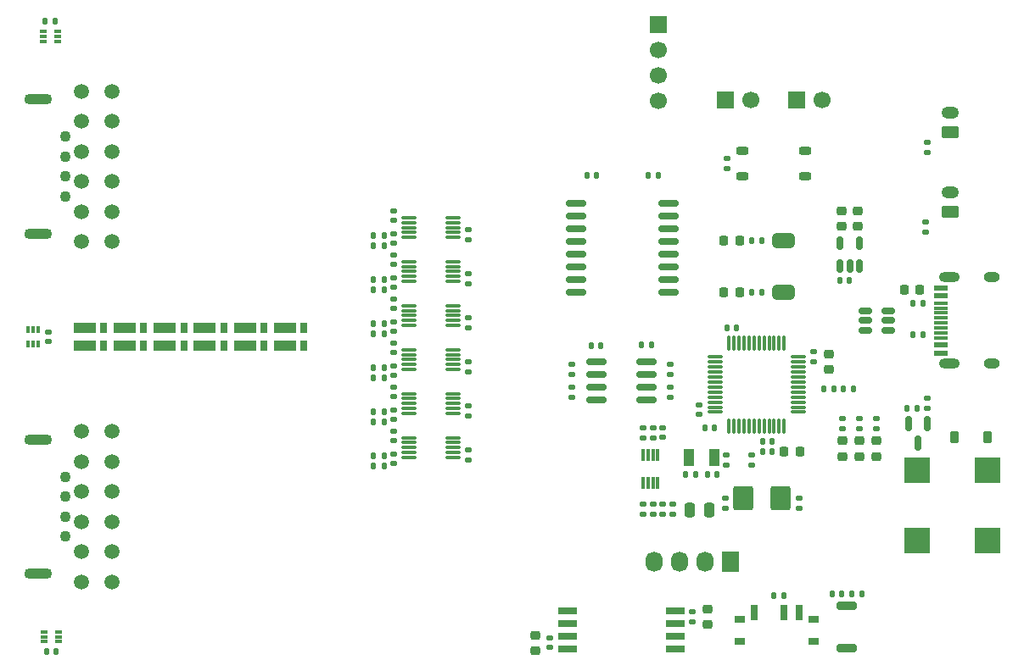
<source format=gbr>
%TF.GenerationSoftware,KiCad,Pcbnew,9.0.5*%
%TF.CreationDate,2025-10-16T19:16:22+10:00*%
%TF.ProjectId,12v-2x6,3132762d-3278-4362-9e6b-696361645f70,1*%
%TF.SameCoordinates,Original*%
%TF.FileFunction,Soldermask,Top*%
%TF.FilePolarity,Negative*%
%FSLAX46Y46*%
G04 Gerber Fmt 4.6, Leading zero omitted, Abs format (unit mm)*
G04 Created by KiCad (PCBNEW 9.0.5) date 2025-10-16 19:16:22*
%MOMM*%
%LPD*%
G01*
G04 APERTURE LIST*
G04 Aperture macros list*
%AMRoundRect*
0 Rectangle with rounded corners*
0 $1 Rounding radius*
0 $2 $3 $4 $5 $6 $7 $8 $9 X,Y pos of 4 corners*
0 Add a 4 corners polygon primitive as box body*
4,1,4,$2,$3,$4,$5,$6,$7,$8,$9,$2,$3,0*
0 Add four circle primitives for the rounded corners*
1,1,$1+$1,$2,$3*
1,1,$1+$1,$4,$5*
1,1,$1+$1,$6,$7*
1,1,$1+$1,$8,$9*
0 Add four rect primitives between the rounded corners*
20,1,$1+$1,$2,$3,$4,$5,0*
20,1,$1+$1,$4,$5,$6,$7,0*
20,1,$1+$1,$6,$7,$8,$9,0*
20,1,$1+$1,$8,$9,$2,$3,0*%
%AMFreePoly0*
4,1,23,0.500000,-0.750000,0.000000,-0.750000,0.000000,-0.745722,-0.065263,-0.745722,-0.191342,-0.711940,-0.304381,-0.646677,-0.396677,-0.554381,-0.461940,-0.441342,-0.495722,-0.315263,-0.495722,-0.250000,-0.500000,-0.250000,-0.500000,0.250000,-0.495722,0.250000,-0.495722,0.315263,-0.461940,0.441342,-0.396677,0.554381,-0.304381,0.646677,-0.191342,0.711940,-0.065263,0.745722,0.000000,0.745722,
0.000000,0.750000,0.500000,0.750000,0.500000,-0.750000,0.500000,-0.750000,$1*%
%AMFreePoly1*
4,1,23,0.000000,0.745722,0.065263,0.745722,0.191342,0.711940,0.304381,0.646677,0.396677,0.554381,0.461940,0.441342,0.495722,0.315263,0.495722,0.250000,0.500000,0.250000,0.500000,-0.250000,0.495722,-0.250000,0.495722,-0.315263,0.461940,-0.441342,0.396677,-0.554381,0.304381,-0.646677,0.191342,-0.711940,0.065263,-0.745722,0.000000,-0.745722,0.000000,-0.750000,-0.500000,-0.750000,
-0.500000,0.750000,0.000000,0.750000,0.000000,0.745722,0.000000,0.745722,$1*%
G04 Aperture macros list end*
%ADD10RoundRect,0.135000X-0.185000X0.135000X-0.185000X-0.135000X0.185000X-0.135000X0.185000X0.135000X0*%
%ADD11RoundRect,0.140000X0.170000X-0.140000X0.170000X0.140000X-0.170000X0.140000X-0.170000X-0.140000X0*%
%ADD12RoundRect,0.135000X-0.135000X-0.185000X0.135000X-0.185000X0.135000X0.185000X-0.135000X0.185000X0*%
%ADD13RoundRect,0.140000X0.140000X0.170000X-0.140000X0.170000X-0.140000X-0.170000X0.140000X-0.170000X0*%
%ADD14RoundRect,0.140000X-0.170000X0.140000X-0.170000X-0.140000X0.170000X-0.140000X0.170000X0.140000X0*%
%ADD15RoundRect,0.250000X0.625000X-0.350000X0.625000X0.350000X-0.625000X0.350000X-0.625000X-0.350000X0*%
%ADD16O,1.750000X1.200000*%
%ADD17RoundRect,0.075000X0.650000X0.075000X-0.650000X0.075000X-0.650000X-0.075000X0.650000X-0.075000X0*%
%ADD18RoundRect,0.225000X0.250000X-0.225000X0.250000X0.225000X-0.250000X0.225000X-0.250000X-0.225000X0*%
%ADD19RoundRect,0.225000X0.225000X0.375000X-0.225000X0.375000X-0.225000X-0.375000X0.225000X-0.375000X0*%
%ADD20RoundRect,0.087500X-0.250000X-0.087500X0.250000X-0.087500X0.250000X0.087500X-0.250000X0.087500X0*%
%ADD21R,2.287000X1.010000*%
%ADD22R,0.762000X1.010000*%
%ADD23R,1.730000X2.030000*%
%ADD24O,1.730000X2.030000*%
%ADD25FreePoly0,180.000000*%
%ADD26FreePoly1,180.000000*%
%ADD27RoundRect,0.150000X0.150000X-0.512500X0.150000X0.512500X-0.150000X0.512500X-0.150000X-0.512500X0*%
%ADD28RoundRect,0.150000X-0.825000X-0.150000X0.825000X-0.150000X0.825000X0.150000X-0.825000X0.150000X0*%
%ADD29RoundRect,0.218750X-0.218750X-0.256250X0.218750X-0.256250X0.218750X0.256250X-0.218750X0.256250X0*%
%ADD30RoundRect,0.135000X0.185000X-0.135000X0.185000X0.135000X-0.185000X0.135000X-0.185000X-0.135000X0*%
%ADD31RoundRect,0.087500X0.087500X-0.250000X0.087500X0.250000X-0.087500X0.250000X-0.087500X-0.250000X0*%
%ADD32RoundRect,0.140000X-0.140000X-0.170000X0.140000X-0.170000X0.140000X0.170000X-0.140000X0.170000X0*%
%ADD33R,1.000000X1.800000*%
%ADD34RoundRect,0.218750X0.256250X-0.218750X0.256250X0.218750X-0.256250X0.218750X-0.256250X-0.218750X0*%
%ADD35R,1.700000X1.700000*%
%ADD36C,1.700000*%
%ADD37RoundRect,0.087500X-0.087500X0.537500X-0.087500X-0.537500X0.087500X-0.537500X0.087500X0.537500X0*%
%ADD38RoundRect,0.200000X0.800000X-0.200000X0.800000X0.200000X-0.800000X0.200000X-0.800000X-0.200000X0*%
%ADD39RoundRect,0.200000X-0.400000X-0.200000X0.400000X-0.200000X0.400000X0.200000X-0.400000X0.200000X0*%
%ADD40C,1.520000*%
%ADD41RoundRect,0.510000X-0.890000X0.000010X-0.890000X-0.000010X0.890000X-0.000010X0.890000X0.000010X0*%
%ADD42C,1.100000*%
%ADD43RoundRect,0.150000X-0.150000X0.587500X-0.150000X-0.587500X0.150000X-0.587500X0.150000X0.587500X0*%
%ADD44RoundRect,0.150000X-0.875000X-0.150000X0.875000X-0.150000X0.875000X0.150000X-0.875000X0.150000X0*%
%ADD45RoundRect,0.135000X0.135000X0.185000X-0.135000X0.185000X-0.135000X-0.185000X0.135000X-0.185000X0*%
%ADD46R,2.500000X2.500000*%
%ADD47RoundRect,0.150000X0.512500X0.150000X-0.512500X0.150000X-0.512500X-0.150000X0.512500X-0.150000X0*%
%ADD48R,1.000000X0.800000*%
%ADD49R,0.700000X1.500000*%
%ADD50RoundRect,0.250000X-0.250000X-0.475000X0.250000X-0.475000X0.250000X0.475000X-0.250000X0.475000X0*%
%ADD51R,1.905000X0.640000*%
%ADD52RoundRect,0.225000X-0.250000X0.225000X-0.250000X-0.225000X0.250000X-0.225000X0.250000X0.225000X0*%
%ADD53RoundRect,0.218750X0.218750X0.256250X-0.218750X0.256250X-0.218750X-0.256250X0.218750X-0.256250X0*%
%ADD54RoundRect,0.075000X0.075000X-0.662500X0.075000X0.662500X-0.075000X0.662500X-0.075000X-0.662500X0*%
%ADD55RoundRect,0.075000X0.662500X-0.075000X0.662500X0.075000X-0.662500X0.075000X-0.662500X-0.075000X0*%
%ADD56RoundRect,0.250000X0.750000X0.950000X-0.750000X0.950000X-0.750000X-0.950000X0.750000X-0.950000X0*%
%ADD57RoundRect,0.087500X0.250000X0.087500X-0.250000X0.087500X-0.250000X-0.087500X0.250000X-0.087500X0*%
%ADD58R,1.450000X0.600000*%
%ADD59R,1.450000X0.300000*%
%ADD60O,2.100000X1.000000*%
%ADD61O,1.600000X1.000000*%
G04 APERTURE END LIST*
%TO.C,JP2*%
G36*
X125350000Y-59150000D02*
G01*
X125050000Y-59150000D01*
X125050000Y-57650000D01*
X125350000Y-57650000D01*
X125350000Y-59150000D01*
G37*
%TO.C,JP1*%
G36*
X125350000Y-64350000D02*
G01*
X125050000Y-64350000D01*
X125050000Y-62850000D01*
X125350000Y-62850000D01*
X125350000Y-64350000D01*
G37*
%TD*%
D10*
%TO.C,R13*%
X93700000Y-74890000D03*
X93700000Y-75910000D03*
%TD*%
%TO.C,R34*%
X132728035Y-76209739D03*
X132728035Y-77229739D03*
%TD*%
D11*
%TO.C,C27*%
X101900000Y-99080000D03*
X101900000Y-98120000D03*
%TD*%
D12*
%TO.C,R14*%
X84290000Y-72100000D03*
X85310000Y-72100000D03*
%TD*%
D13*
%TO.C,C20*%
X130980000Y-93700000D03*
X130020000Y-93700000D03*
%TD*%
D14*
%TO.C,C40*%
X51800000Y-67520000D03*
X51800000Y-68480000D03*
%TD*%
D15*
%TO.C,J7*%
X141850000Y-47600000D03*
D16*
X141850000Y-45600000D03*
%TD*%
D17*
%TO.C,U4*%
X92200000Y-66900000D03*
X92200000Y-66400000D03*
X92200000Y-65900000D03*
X92200000Y-65400000D03*
X92200000Y-64900000D03*
X87800000Y-64900000D03*
X87800000Y-65400000D03*
X87800000Y-65900000D03*
X87800000Y-66400000D03*
X87800000Y-66900000D03*
%TD*%
D14*
%TO.C,C5*%
X86300000Y-68620000D03*
X86300000Y-69580000D03*
%TD*%
D18*
%TO.C,C34*%
X132600000Y-56975000D03*
X132600000Y-55425000D03*
%TD*%
D13*
%TO.C,C29*%
X106980000Y-68900000D03*
X106020000Y-68900000D03*
%TD*%
D10*
%TO.C,R42*%
X112150000Y-84740000D03*
X112150000Y-85760000D03*
%TD*%
%TO.C,R10*%
X93700000Y-79290000D03*
X93700000Y-80310000D03*
%TD*%
D12*
%TO.C,R9*%
X84290000Y-79900000D03*
X85310000Y-79900000D03*
%TD*%
D14*
%TO.C,C3*%
X86300000Y-73020000D03*
X86300000Y-73980000D03*
%TD*%
%TO.C,C9*%
X86300000Y-64220000D03*
X86300000Y-65180000D03*
%TD*%
D12*
%TO.C,R15*%
X84290000Y-71100000D03*
X85310000Y-71100000D03*
%TD*%
D19*
%TO.C,D6*%
X145550000Y-78075000D03*
X142250000Y-78075000D03*
%TD*%
D14*
%TO.C,C7*%
X86300000Y-59820000D03*
X86300000Y-60780000D03*
%TD*%
D20*
%TO.C,U17*%
X51387500Y-97500000D03*
X51387500Y-98000000D03*
X51387500Y-98500000D03*
X52812500Y-98500000D03*
X52812500Y-98000000D03*
X52812500Y-97500000D03*
%TD*%
D12*
%TO.C,R24*%
X84290000Y-57900000D03*
X85310000Y-57900000D03*
%TD*%
D21*
%TO.C,R6*%
X55428000Y-67115000D03*
D22*
X57334000Y-67115000D03*
X57334000Y-68885000D03*
D21*
X55428500Y-68885000D03*
%TD*%
D12*
%TO.C,R51*%
X137515000Y-75175000D03*
X138535000Y-75175000D03*
%TD*%
D10*
%TO.C,R31*%
X113900000Y-73090000D03*
X113900000Y-74110000D03*
%TD*%
D23*
%TO.C,M2*%
X119900000Y-90500000D03*
D24*
X117360000Y-90500000D03*
X114820000Y-90500000D03*
X112280000Y-90500000D03*
%TD*%
D25*
%TO.C,JP2*%
X125850000Y-58400000D03*
D26*
X124550000Y-58400000D03*
%TD*%
D11*
%TO.C,C26*%
X116100000Y-96480000D03*
X116100000Y-95520000D03*
%TD*%
D27*
%TO.C,U13*%
X130850000Y-60937500D03*
X131800000Y-60937500D03*
X132750000Y-60937500D03*
X132750000Y-58662500D03*
X130850000Y-58662500D03*
%TD*%
D21*
%TO.C,R3*%
X67428000Y-67115000D03*
D22*
X69334000Y-67115000D03*
X69334000Y-68885000D03*
D21*
X67428500Y-68885000D03*
%TD*%
D28*
%TO.C,U11*%
X106525000Y-70495000D03*
X106525000Y-71765000D03*
X106525000Y-73035000D03*
X106525000Y-74305000D03*
X111475000Y-74305000D03*
X111475000Y-73035000D03*
X111475000Y-71765000D03*
X111475000Y-70495000D03*
%TD*%
D12*
%TO.C,R20*%
X84290000Y-63300000D03*
X85310000Y-63300000D03*
%TD*%
D10*
%TO.C,R36*%
X104100000Y-73090000D03*
X104100000Y-74110000D03*
%TD*%
D29*
%TO.C,D5*%
X119212500Y-58400000D03*
X120787500Y-58400000D03*
%TD*%
D30*
%TO.C,R45*%
X111150000Y-78110000D03*
X111150000Y-77090000D03*
%TD*%
D21*
%TO.C,R2*%
X71428000Y-67115000D03*
D22*
X73334000Y-67115000D03*
X73334000Y-68885000D03*
D21*
X71428500Y-68885000D03*
%TD*%
D31*
%TO.C,U16*%
X49800000Y-68712500D03*
X50300000Y-68712500D03*
X50800000Y-68712500D03*
X50800000Y-67287500D03*
X50300000Y-67287500D03*
X49800000Y-67287500D03*
%TD*%
D30*
%TO.C,R44*%
X112150000Y-78110000D03*
X112150000Y-77090000D03*
%TD*%
D10*
%TO.C,R40*%
X139500000Y-48590000D03*
X139500000Y-49610000D03*
%TD*%
D32*
%TO.C,C15*%
X119520000Y-67100000D03*
X120480000Y-67100000D03*
%TD*%
D12*
%TO.C,R11*%
X84290000Y-76500000D03*
X85310000Y-76500000D03*
%TD*%
D30*
%TO.C,R32*%
X113900000Y-71810000D03*
X113900000Y-70790000D03*
%TD*%
D33*
%TO.C,Y2*%
X118250000Y-80100000D03*
X115750000Y-80100000D03*
%TD*%
D10*
%TO.C,R35*%
X131028035Y-76209739D03*
X131028035Y-77229739D03*
%TD*%
D14*
%TO.C,C36*%
X113150000Y-84770000D03*
X113150000Y-85730000D03*
%TD*%
D34*
%TO.C,D1*%
X134428035Y-80007239D03*
X134428035Y-78432239D03*
%TD*%
D35*
%TO.C,J8*%
X112700000Y-36830000D03*
D36*
X112700000Y-39370000D03*
X112700000Y-41910000D03*
X112700000Y-44450000D03*
%TD*%
D15*
%TO.C,J6*%
X141850000Y-55550000D03*
D16*
X141850000Y-53550000D03*
%TD*%
D12*
%TO.C,R48*%
X131190000Y-73250000D03*
X132210000Y-73250000D03*
%TD*%
D18*
%TO.C,C25*%
X117600000Y-96775000D03*
X117600000Y-95225000D03*
%TD*%
D14*
%TO.C,C1*%
X86300000Y-77420000D03*
X86300000Y-78380000D03*
%TD*%
D11*
%TO.C,C10*%
X86300000Y-63080000D03*
X86300000Y-62120000D03*
%TD*%
D37*
%TO.C,U14*%
X112650000Y-79850000D03*
X112150000Y-79850000D03*
X111650000Y-79850000D03*
X111150000Y-79850000D03*
X111150000Y-82650000D03*
X111650000Y-82650000D03*
X112150000Y-82650000D03*
X112650000Y-82650000D03*
%TD*%
D32*
%TO.C,C33*%
X130820000Y-62400000D03*
X131780000Y-62400000D03*
%TD*%
D11*
%TO.C,C21*%
X119400000Y-85130000D03*
X119400000Y-84170000D03*
%TD*%
D30*
%TO.C,R27*%
X122000000Y-80810000D03*
X122000000Y-79790000D03*
%TD*%
%TO.C,R37*%
X104100000Y-71810000D03*
X104100000Y-70790000D03*
%TD*%
D12*
%TO.C,R18*%
X84290000Y-66700000D03*
X85310000Y-66700000D03*
%TD*%
D32*
%TO.C,C24*%
X117620000Y-81750000D03*
X118580000Y-81750000D03*
%TD*%
D30*
%TO.C,R28*%
X119500000Y-80810000D03*
X119500000Y-79790000D03*
%TD*%
D10*
%TO.C,R16*%
X93700000Y-70490000D03*
X93700000Y-71510000D03*
%TD*%
D13*
%TO.C,C13*%
X118280000Y-77100000D03*
X117320000Y-77100000D03*
%TD*%
D35*
%TO.C,J4*%
X119385000Y-44385000D03*
D36*
X121925000Y-44385000D03*
%TD*%
D13*
%TO.C,C18*%
X124080000Y-79500000D03*
X123120000Y-79500000D03*
%TD*%
D38*
%TO.C,SW1*%
X131500000Y-99100000D03*
X131500000Y-94900000D03*
%TD*%
D21*
%TO.C,R5*%
X59428000Y-67115000D03*
D22*
X61334000Y-67115000D03*
X61334000Y-68885000D03*
D21*
X59428500Y-68885000D03*
%TD*%
D39*
%TO.C,U9*%
X121050000Y-49430000D03*
X121050000Y-51970000D03*
X127350000Y-51970000D03*
X127350000Y-49430000D03*
%TD*%
D40*
%TO.C,J2*%
X55150000Y-58500000D03*
X55150000Y-55500000D03*
X55150000Y-52500000D03*
X55150000Y-49500000D03*
X55150000Y-46500000D03*
X55150000Y-43500000D03*
X58150000Y-58500000D03*
X58150000Y-55500000D03*
X58150000Y-52500000D03*
X58150000Y-49500000D03*
X58150000Y-46500000D03*
X58150000Y-43500000D03*
D41*
X50830000Y-57700000D03*
X50830000Y-44300000D03*
D42*
X53480000Y-54000000D03*
X53480000Y-52000000D03*
X53480000Y-50000000D03*
X53480000Y-48000000D03*
%TD*%
D34*
%TO.C,D3*%
X131028035Y-80007239D03*
X131028035Y-78432239D03*
%TD*%
D43*
%TO.C,Q1*%
X139550000Y-76737500D03*
X137650000Y-76737500D03*
X138600000Y-78612500D03*
%TD*%
D11*
%TO.C,C6*%
X86300000Y-71880000D03*
X86300000Y-70920000D03*
%TD*%
D13*
%TO.C,C32*%
X112680000Y-51900000D03*
X111720000Y-51900000D03*
%TD*%
D12*
%TO.C,R8*%
X84290000Y-80900000D03*
X85310000Y-80900000D03*
%TD*%
D10*
%TO.C,R25*%
X93700000Y-57290000D03*
X93700000Y-58310000D03*
%TD*%
D12*
%TO.C,R49*%
X129190000Y-73250000D03*
X130210000Y-73250000D03*
%TD*%
D11*
%TO.C,C12*%
X86300000Y-58680000D03*
X86300000Y-57720000D03*
%TD*%
D30*
%TO.C,R38*%
X119587500Y-51210000D03*
X119587500Y-50190000D03*
%TD*%
D44*
%TO.C,U12*%
X104450000Y-54655000D03*
X104450000Y-55925000D03*
X104450000Y-57195000D03*
X104450000Y-58465000D03*
X104450000Y-59735000D03*
X104450000Y-61005000D03*
X104450000Y-62275000D03*
X104450000Y-63545000D03*
X113750000Y-63545000D03*
X113750000Y-62275000D03*
X113750000Y-61005000D03*
X113750000Y-59735000D03*
X113750000Y-58465000D03*
X113750000Y-57195000D03*
X113750000Y-55925000D03*
X113750000Y-54655000D03*
%TD*%
D18*
%TO.C,C28*%
X100400000Y-99375000D03*
X100400000Y-97825000D03*
%TD*%
D35*
%TO.C,J5*%
X126525000Y-44385000D03*
D36*
X129065000Y-44385000D03*
%TD*%
D14*
%TO.C,C11*%
X86300000Y-55420000D03*
X86300000Y-56380000D03*
%TD*%
D10*
%TO.C,R43*%
X111150000Y-84740000D03*
X111150000Y-85760000D03*
%TD*%
D17*
%TO.C,U3*%
X92200000Y-71300000D03*
X92200000Y-70800000D03*
X92200000Y-70300000D03*
X92200000Y-69800000D03*
X92200000Y-69300000D03*
X87800000Y-69300000D03*
X87800000Y-69800000D03*
X87800000Y-70300000D03*
X87800000Y-70800000D03*
X87800000Y-71300000D03*
%TD*%
D32*
%TO.C,C31*%
X105545000Y-51875000D03*
X106505000Y-51875000D03*
%TD*%
D34*
%TO.C,D2*%
X132738035Y-80007239D03*
X132738035Y-78432239D03*
%TD*%
D11*
%TO.C,C4*%
X86300000Y-76280000D03*
X86300000Y-75320000D03*
%TD*%
D17*
%TO.C,U5*%
X92200000Y-62500000D03*
X92200000Y-62000000D03*
X92200000Y-61500000D03*
X92200000Y-61000000D03*
X92200000Y-60500000D03*
X87800000Y-60500000D03*
X87800000Y-61000000D03*
X87800000Y-61500000D03*
X87800000Y-62000000D03*
X87800000Y-62500000D03*
%TD*%
%TO.C,U6*%
X92200000Y-58100000D03*
X92200000Y-57600000D03*
X92200000Y-57100000D03*
X92200000Y-56600000D03*
X92200000Y-56100000D03*
X87800000Y-56100000D03*
X87800000Y-56600000D03*
X87800000Y-57100000D03*
X87800000Y-57600000D03*
X87800000Y-58100000D03*
%TD*%
D29*
%TO.C,D4*%
X119212500Y-63600000D03*
X120787500Y-63600000D03*
%TD*%
D13*
%TO.C,C41*%
X52580000Y-99500000D03*
X51620000Y-99500000D03*
%TD*%
D45*
%TO.C,R26*%
X125260000Y-93900000D03*
X124240000Y-93900000D03*
%TD*%
D46*
%TO.C,BZ1*%
X145550000Y-81350000D03*
X138550000Y-81350000D03*
X138550000Y-88350000D03*
X145550000Y-88350000D03*
%TD*%
D12*
%TO.C,R47*%
X121990000Y-58400000D03*
X123010000Y-58400000D03*
%TD*%
%TO.C,R30*%
X138090000Y-67800000D03*
X139110000Y-67800000D03*
%TD*%
D21*
%TO.C,R4*%
X63428000Y-67115000D03*
D22*
X65334000Y-67115000D03*
X65334000Y-68885000D03*
D21*
X63428500Y-68885000D03*
%TD*%
D10*
%TO.C,R19*%
X93700000Y-66090000D03*
X93700000Y-67110000D03*
%TD*%
D12*
%TO.C,R21*%
X84290000Y-62300000D03*
X85310000Y-62300000D03*
%TD*%
D47*
%TO.C,U8*%
X135637500Y-67350000D03*
X135637500Y-66400000D03*
X135637500Y-65450000D03*
X133362500Y-65450000D03*
X133362500Y-66400000D03*
X133362500Y-67350000D03*
%TD*%
D48*
%TO.C,SW2*%
X120850000Y-96220000D03*
X120850000Y-98430000D03*
X128150000Y-96220000D03*
X128150000Y-98430000D03*
D49*
X122250000Y-95570000D03*
X125250000Y-95570000D03*
X126750000Y-95570000D03*
%TD*%
D32*
%TO.C,C39*%
X51520000Y-36500000D03*
X52480000Y-36500000D03*
%TD*%
D50*
%TO.C,C38*%
X115850000Y-85300000D03*
X117750000Y-85300000D03*
%TD*%
D51*
%TO.C,U10*%
X114347500Y-99205000D03*
X114347500Y-97935000D03*
X114347500Y-96665000D03*
X114347500Y-95395000D03*
X103652500Y-95395000D03*
X103652500Y-96665000D03*
X103652500Y-97935000D03*
X103652500Y-99205000D03*
%TD*%
D52*
%TO.C,C19*%
X129700000Y-69725000D03*
X129700000Y-71275000D03*
%TD*%
D12*
%TO.C,R12*%
X84290000Y-75500000D03*
X85310000Y-75500000D03*
%TD*%
D17*
%TO.C,U1*%
X92200000Y-80100000D03*
X92200000Y-79600000D03*
X92200000Y-79100000D03*
X92200000Y-78600000D03*
X92200000Y-78100000D03*
X87800000Y-78100000D03*
X87800000Y-78600000D03*
X87800000Y-79100000D03*
X87800000Y-79600000D03*
X87800000Y-80100000D03*
%TD*%
D12*
%TO.C,R7*%
X131990000Y-93700000D03*
X133010000Y-93700000D03*
%TD*%
D53*
%TO.C,FB2*%
X138787500Y-63300000D03*
X137212500Y-63300000D03*
%TD*%
D54*
%TO.C,U7*%
X119750000Y-76962500D03*
X120250000Y-76962500D03*
X120750000Y-76962500D03*
X121250000Y-76962500D03*
X121750000Y-76962500D03*
X122250000Y-76962500D03*
X122750000Y-76962500D03*
X123250000Y-76962500D03*
X123750000Y-76962500D03*
X124250000Y-76962500D03*
X124750000Y-76962500D03*
X125250000Y-76962500D03*
D55*
X126662500Y-75550000D03*
X126662500Y-75050000D03*
X126662500Y-74550000D03*
X126662500Y-74050000D03*
X126662500Y-73550000D03*
X126662500Y-73050000D03*
X126662500Y-72550000D03*
X126662500Y-72050000D03*
X126662500Y-71550000D03*
X126662500Y-71050000D03*
X126662500Y-70550000D03*
X126662500Y-70050000D03*
D54*
X125250000Y-68637500D03*
X124750000Y-68637500D03*
X124250000Y-68637500D03*
X123750000Y-68637500D03*
X123250000Y-68637500D03*
X122750000Y-68637500D03*
X122250000Y-68637500D03*
X121750000Y-68637500D03*
X121250000Y-68637500D03*
X120750000Y-68637500D03*
X120250000Y-68637500D03*
X119750000Y-68637500D03*
D55*
X118337500Y-70050000D03*
X118337500Y-70550000D03*
X118337500Y-71050000D03*
X118337500Y-71550000D03*
X118337500Y-72050000D03*
X118337500Y-72550000D03*
X118337500Y-73050000D03*
X118337500Y-73550000D03*
X118337500Y-74050000D03*
X118337500Y-74550000D03*
X118337500Y-75050000D03*
X118337500Y-75550000D03*
%TD*%
D25*
%TO.C,JP1*%
X125850000Y-63600000D03*
D26*
X124550000Y-63600000D03*
%TD*%
D40*
%TO.C,J1*%
X55150000Y-92500000D03*
X55150000Y-89500000D03*
X55150000Y-86500000D03*
X55150000Y-83500000D03*
X55150000Y-80500000D03*
X55150000Y-77500000D03*
X58150000Y-92500000D03*
X58150000Y-89500000D03*
X58150000Y-86500000D03*
X58150000Y-83500000D03*
X58150000Y-80500000D03*
X58150000Y-77500000D03*
D41*
X50830000Y-91700000D03*
X50830000Y-78300000D03*
D42*
X53480000Y-88000000D03*
X53480000Y-86000000D03*
X53480000Y-84000000D03*
X53480000Y-82000000D03*
%TD*%
D12*
%TO.C,R23*%
X84290000Y-58900000D03*
X85310000Y-58900000D03*
%TD*%
D10*
%TO.C,R22*%
X93700000Y-61690000D03*
X93700000Y-62710000D03*
%TD*%
D14*
%TO.C,C16*%
X128200000Y-69520000D03*
X128200000Y-70480000D03*
%TD*%
D10*
%TO.C,R46*%
X114150000Y-84740000D03*
X114150000Y-85760000D03*
%TD*%
%TO.C,R33*%
X134428035Y-76209739D03*
X134428035Y-77229739D03*
%TD*%
D45*
%TO.C,R29*%
X139110000Y-64700000D03*
X138090000Y-64700000D03*
%TD*%
D18*
%TO.C,C35*%
X131000000Y-56975000D03*
X131000000Y-55425000D03*
%TD*%
D11*
%TO.C,C14*%
X116800000Y-75780000D03*
X116800000Y-74820000D03*
%TD*%
D21*
%TO.C,R1*%
X75428000Y-67115000D03*
D22*
X77334000Y-67115000D03*
X77334000Y-68885000D03*
D21*
X75428500Y-68885000D03*
%TD*%
D56*
%TO.C,Y1*%
X124900000Y-84150000D03*
X121200000Y-84150000D03*
%TD*%
D13*
%TO.C,C23*%
X116380000Y-81750000D03*
X115420000Y-81750000D03*
%TD*%
%TO.C,C17*%
X124080000Y-78500000D03*
X123120000Y-78500000D03*
%TD*%
D57*
%TO.C,U15*%
X52712500Y-38500000D03*
X52712500Y-38000000D03*
X52712500Y-37500000D03*
X51287500Y-37500000D03*
X51287500Y-38000000D03*
X51287500Y-38500000D03*
%TD*%
D11*
%TO.C,C37*%
X113150000Y-78080000D03*
X113150000Y-77120000D03*
%TD*%
%TO.C,C2*%
X86300000Y-80680000D03*
X86300000Y-79720000D03*
%TD*%
D53*
%TO.C,FB1*%
X126837500Y-79500000D03*
X125262500Y-79500000D03*
%TD*%
D17*
%TO.C,U2*%
X92200000Y-75700000D03*
X92200000Y-75200000D03*
X92200000Y-74700000D03*
X92200000Y-74200000D03*
X92200000Y-73700000D03*
X87800000Y-73700000D03*
X87800000Y-74200000D03*
X87800000Y-74700000D03*
X87800000Y-75200000D03*
X87800000Y-75700000D03*
%TD*%
D12*
%TO.C,R17*%
X84290000Y-67700000D03*
X85310000Y-67700000D03*
%TD*%
D30*
%TO.C,R50*%
X139575000Y-75185000D03*
X139575000Y-74165000D03*
%TD*%
D12*
%TO.C,R41*%
X121990000Y-63600000D03*
X123010000Y-63600000D03*
%TD*%
D11*
%TO.C,C22*%
X126750000Y-85130000D03*
X126750000Y-84170000D03*
%TD*%
%TO.C,C8*%
X86300000Y-67480000D03*
X86300000Y-66520000D03*
%TD*%
D58*
%TO.C,J3*%
X140855000Y-69650000D03*
X140855000Y-68850000D03*
D59*
X140855000Y-67650000D03*
X140855000Y-66650000D03*
X140855000Y-66150000D03*
X140855000Y-65150000D03*
D58*
X140855000Y-63950000D03*
X140855000Y-63150000D03*
X140855000Y-63150000D03*
X140855000Y-63950000D03*
D59*
X140855000Y-64650000D03*
X140855000Y-65650000D03*
X140855000Y-67150000D03*
X140855000Y-68150000D03*
D58*
X140855000Y-68850000D03*
X140855000Y-69650000D03*
D60*
X141770000Y-70720000D03*
D61*
X145950000Y-70720000D03*
D60*
X141770000Y-62080000D03*
D61*
X145950000Y-62080000D03*
%TD*%
D10*
%TO.C,R39*%
X139400000Y-56580000D03*
X139400000Y-57600000D03*
%TD*%
D32*
%TO.C,C30*%
X111020000Y-68800000D03*
X111980000Y-68800000D03*
%TD*%
M02*

</source>
